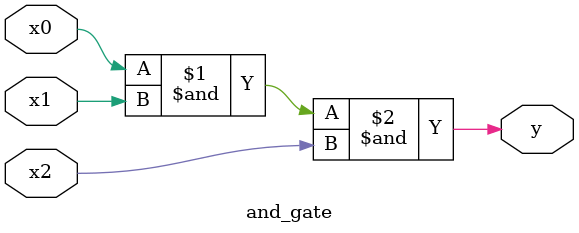
<source format=v>
module and_gate(y, x0, x1, x2);
	output y;
	input x0, x1, x2;
		
	assign y = x0 & x1 & x2;
endmodule
	

</source>
